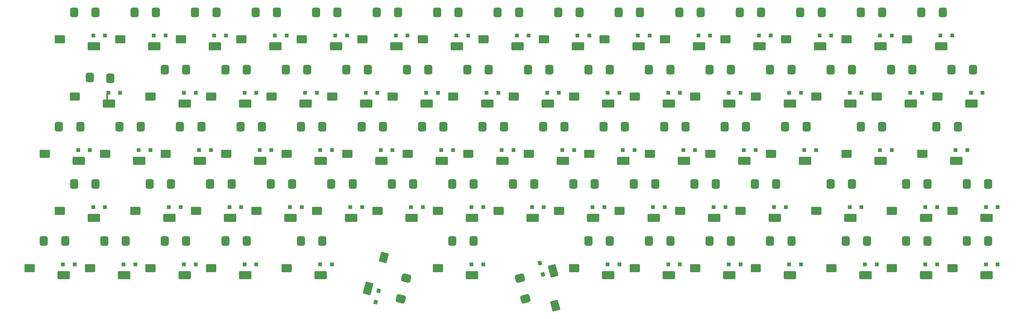
<source format=gbp>
G04 #@! TF.GenerationSoftware,KiCad,Pcbnew,(6.0.2-0)*
G04 #@! TF.CreationDate,2022-07-19T14:21:49+02:00*
G04 #@! TF.ProjectId,choc-keyboard,63686f63-2d6b-4657-9962-6f6172642e6b,rev?*
G04 #@! TF.SameCoordinates,Original*
G04 #@! TF.FileFunction,Paste,Bot*
G04 #@! TF.FilePolarity,Positive*
%FSLAX46Y46*%
G04 Gerber Fmt 4.6, Leading zero omitted, Abs format (unit mm)*
G04 Created by KiCad (PCBNEW (6.0.2-0)) date 2022-07-19 14:21:49*
%MOMM*%
%LPD*%
G01*
G04 APERTURE LIST*
G04 Aperture macros list*
%AMRoundRect*
0 Rectangle with rounded corners*
0 $1 Rounding radius*
0 $2 $3 $4 $5 $6 $7 $8 $9 X,Y pos of 4 corners*
0 Add a 4 corners polygon primitive as box body*
4,1,4,$2,$3,$4,$5,$6,$7,$8,$9,$2,$3,0*
0 Add four circle primitives for the rounded corners*
1,1,$1+$1,$2,$3*
1,1,$1+$1,$4,$5*
1,1,$1+$1,$6,$7*
1,1,$1+$1,$8,$9*
0 Add four rect primitives between the rounded corners*
20,1,$1+$1,$2,$3,$4,$5,0*
20,1,$1+$1,$4,$5,$6,$7,0*
20,1,$1+$1,$6,$7,$8,$9,0*
20,1,$1+$1,$8,$9,$2,$3,0*%
%AMRotRect*
0 Rectangle, with rotation*
0 The origin of the aperture is its center*
0 $1 length*
0 $2 width*
0 $3 Rotation angle, in degrees counterclockwise*
0 Add horizontal line*
21,1,$1,$2,0,0,$3*%
G04 Aperture macros list end*
%ADD10RoundRect,0.190000X0.760000X1.060000X-0.760000X1.060000X-0.760000X-1.060000X0.760000X-1.060000X0*%
%ADD11RoundRect,0.250000X1.025000X1.000000X-1.025000X1.000000X-1.025000X-1.000000X1.025000X-1.000000X0*%
%ADD12RoundRect,0.250000X1.675000X1.000000X-1.675000X1.000000X-1.675000X-1.000000X1.675000X-1.000000X0*%
%ADD13R,1.300000X1.200000*%
%ADD14RoundRect,0.250000X1.250000X1.000000X-1.250000X1.000000X-1.250000X-1.000000X1.250000X-1.000000X0*%
%ADD15RoundRect,0.650000X-0.650000X-0.850000X0.650000X-0.850000X0.650000X0.850000X-0.650000X0.850000X0*%
%ADD16RoundRect,0.250000X0.700636X-1.248893X1.231215X0.731255X-0.700636X1.248893X-1.231215X-0.731255X0*%
%ADD17RoundRect,0.250000X0.532404X-1.876745X1.399448X1.359107X-0.532404X1.876745X-1.399448X-1.359107X0*%
%ADD18RoundRect,0.190000X0.827179X-1.008452X1.220584X0.459755X-0.827179X1.008452X-1.220584X-0.459755X0*%
%ADD19RotRect,1.300000X1.200000X75.000000*%
%ADD20RoundRect,0.250000X0.642402X-1.466226X1.289450X0.948588X-0.642402X1.466226X-1.289450X-0.948588X0*%
%ADD21RoundRect,0.650000X-0.652805X0.847848X-0.989269X-0.407856X0.652805X-0.847848X0.989269X0.407856X0*%
%ADD22RotRect,1.300000X1.200000X285.000000*%
%ADD23RoundRect,0.250000X-1.399448X1.359107X-0.532404X-1.876745X1.399448X-1.359107X0.532404X1.876745X0*%
%ADD24RoundRect,0.190000X-1.220584X0.459755X-0.827179X-1.008452X1.220584X-0.459755X0.827179X1.008452X0*%
%ADD25RoundRect,0.250000X-1.231215X0.731255X-0.700636X-1.248893X1.231215X-0.731255X0.700636X1.248893X0*%
%ADD26RoundRect,0.250000X-1.289450X0.948588X-0.642402X-1.466226X1.289450X-0.948588X0.642402X1.466226X0*%
%ADD27RoundRect,0.650000X0.989269X-0.407856X0.652805X0.847848X-0.989269X0.407856X-0.652805X-0.847848X0*%
%ADD28RoundRect,0.050000X0.200000X1.200000X-0.200000X1.200000X-0.200000X-1.200000X0.200000X-1.200000X0*%
G04 APERTURE END LIST*
D10*
X86500000Y-21800000D03*
D11*
X98500000Y-24000000D03*
D12*
X97850000Y-24000000D03*
D13*
X97660000Y-20610000D03*
D14*
X87250000Y-21800000D03*
D13*
X101360000Y-20610000D03*
D15*
X98350000Y-13300000D03*
X91640000Y-13300000D03*
D11*
X3500000Y-24000000D03*
D10*
X-8500000Y-21800000D03*
D12*
X2850000Y-24000000D03*
D13*
X2660000Y-20610000D03*
D14*
X-7750000Y-21800000D03*
D13*
X6360000Y-20610000D03*
D15*
X3350000Y-13300000D03*
X-3360000Y-13300000D03*
D10*
X58000000Y-39800000D03*
D12*
X69350000Y-42000000D03*
D13*
X69160000Y-38610000D03*
D11*
X70000000Y-42000000D03*
D14*
X58750000Y-39800000D03*
D13*
X72860000Y-38610000D03*
D15*
X69850000Y-31300000D03*
X63140000Y-31300000D03*
D10*
X72250000Y-75800000D03*
D12*
X83600000Y-78000000D03*
D11*
X84250000Y-78000000D03*
D13*
X83410000Y-74610000D03*
D14*
X73000000Y-75800000D03*
D13*
X87110000Y-74610000D03*
D15*
X84100000Y-67300000D03*
X77390000Y-67300000D03*
D16*
X88798578Y-100827826D03*
D17*
X88966811Y-100199974D03*
D18*
X94029444Y-89806118D03*
D19*
X92290475Y-100893845D03*
D20*
X93835329Y-90530562D03*
D19*
X91332844Y-104467771D03*
D21*
X99172808Y-103452301D03*
X100909483Y-96970939D03*
D12*
X121600000Y-96000000D03*
D11*
X122250000Y-96000000D03*
D13*
X121410000Y-92610000D03*
D10*
X110250000Y-93800000D03*
D14*
X111000000Y-93800000D03*
D13*
X125110000Y-92610000D03*
D15*
X122100000Y-85300000D03*
X115390000Y-85300000D03*
D10*
X62750000Y-93800000D03*
D12*
X74100000Y-96000000D03*
D13*
X73910000Y-92610000D03*
D11*
X74750000Y-96000000D03*
D14*
X63500000Y-93800000D03*
D13*
X77610000Y-92610000D03*
D15*
X74600000Y-85300000D03*
X67890000Y-85300000D03*
D13*
X145160000Y-38610000D03*
D12*
X145350000Y-42000000D03*
D11*
X146000000Y-42000000D03*
D10*
X134000000Y-39800000D03*
D14*
X134750000Y-39800000D03*
D13*
X148860000Y-38610000D03*
D15*
X145850000Y-31300000D03*
X139140000Y-31300000D03*
D11*
X269500000Y-24000000D03*
D13*
X268660000Y-20610000D03*
D10*
X257500000Y-21800000D03*
D12*
X268850000Y-24000000D03*
D14*
X258250000Y-21800000D03*
D13*
X272360000Y-20610000D03*
D15*
X269350000Y-13300000D03*
X262640000Y-13300000D03*
D10*
X110250000Y-75800000D03*
D13*
X121410000Y-74610000D03*
D12*
X121600000Y-78000000D03*
D11*
X122250000Y-78000000D03*
D14*
X111000000Y-75800000D03*
D13*
X125110000Y-74610000D03*
D15*
X122100000Y-67300000D03*
X115390000Y-67300000D03*
D13*
X26410000Y-74610000D03*
D12*
X26600000Y-78000000D03*
D10*
X15250000Y-75800000D03*
D11*
X27250000Y-78000000D03*
D14*
X16000000Y-75800000D03*
D13*
X30110000Y-74610000D03*
D15*
X27100000Y-67300000D03*
X20390000Y-67300000D03*
D10*
X219500000Y-21800000D03*
D12*
X230850000Y-24000000D03*
D11*
X231500000Y-24000000D03*
D13*
X230660000Y-20610000D03*
D14*
X220250000Y-21800000D03*
D13*
X234360000Y-20610000D03*
D15*
X231350000Y-13300000D03*
X224640000Y-13300000D03*
D10*
X210000000Y-39800000D03*
D11*
X222000000Y-42000000D03*
D12*
X221350000Y-42000000D03*
D13*
X221160000Y-38610000D03*
D14*
X210750000Y-39800000D03*
D13*
X224860000Y-38610000D03*
D15*
X221850000Y-31300000D03*
X215140000Y-31300000D03*
D11*
X184000000Y-42000000D03*
D12*
X183350000Y-42000000D03*
D10*
X172000000Y-39800000D03*
D13*
X183160000Y-38610000D03*
D14*
X172750000Y-39800000D03*
D13*
X186860000Y-38610000D03*
D15*
X183850000Y-31300000D03*
X177140000Y-31300000D03*
D11*
X203000000Y-42000000D03*
D10*
X191000000Y-39800000D03*
D12*
X202350000Y-42000000D03*
D13*
X202160000Y-38610000D03*
D14*
X191750000Y-39800000D03*
D13*
X205860000Y-38610000D03*
D15*
X202850000Y-31300000D03*
X196140000Y-31300000D03*
D10*
X233750000Y-93800000D03*
D12*
X245100000Y-96000000D03*
D11*
X245750000Y-96000000D03*
D13*
X244910000Y-92610000D03*
D14*
X234500000Y-93800000D03*
D13*
X248610000Y-92610000D03*
D15*
X245600000Y-85300000D03*
X238890000Y-85300000D03*
D10*
X81750000Y-57800000D03*
D11*
X93750000Y-60000000D03*
D13*
X92910000Y-56610000D03*
D12*
X93100000Y-60000000D03*
D14*
X82500000Y-57800000D03*
D13*
X96610000Y-56610000D03*
D15*
X93600000Y-49300000D03*
X86890000Y-49300000D03*
D10*
X-8500000Y-75800000D03*
D12*
X2850000Y-78000000D03*
D13*
X2660000Y-74610000D03*
D11*
X3500000Y-78000000D03*
D14*
X-7750000Y-75800000D03*
D13*
X6360000Y-74610000D03*
D15*
X3350000Y-67300000D03*
X-3360000Y-67300000D03*
D12*
X31350000Y-42000000D03*
D10*
X20000000Y-39800000D03*
D13*
X31160000Y-38610000D03*
D11*
X32000000Y-42000000D03*
D14*
X20750000Y-39800000D03*
D13*
X34860000Y-38610000D03*
D15*
X31850000Y-31300000D03*
X25140000Y-31300000D03*
D13*
X12160000Y-92610000D03*
D10*
X1000000Y-93800000D03*
D11*
X13000000Y-96000000D03*
D12*
X12350000Y-96000000D03*
D14*
X1750000Y-93800000D03*
D13*
X15860000Y-92610000D03*
D15*
X12850000Y-85300000D03*
X6140000Y-85300000D03*
D13*
X16910000Y-56610000D03*
D12*
X17100000Y-60000000D03*
D11*
X17750000Y-60000000D03*
D10*
X5750000Y-57800000D03*
D14*
X6500000Y-57800000D03*
D13*
X20610000Y-56610000D03*
D15*
X17600000Y-49300000D03*
X10890000Y-49300000D03*
D11*
X260000000Y-42000000D03*
D13*
X259160000Y-38610000D03*
D12*
X259350000Y-42000000D03*
D10*
X248000000Y-39800000D03*
D14*
X248750000Y-39800000D03*
D13*
X262860000Y-38610000D03*
D15*
X259850000Y-31300000D03*
X253140000Y-31300000D03*
D10*
X39000000Y-93800000D03*
D11*
X51000000Y-96000000D03*
D13*
X50160000Y-92610000D03*
D12*
X50350000Y-96000000D03*
D14*
X39750000Y-93800000D03*
D13*
X53860000Y-92610000D03*
D15*
X50850000Y-85300000D03*
X44140000Y-85300000D03*
D12*
X55100000Y-60000000D03*
D13*
X54910000Y-56610000D03*
D11*
X55750000Y-60000000D03*
D10*
X43750000Y-57800000D03*
D14*
X44500000Y-57800000D03*
D13*
X58610000Y-56610000D03*
D15*
X55600000Y-49300000D03*
X48890000Y-49300000D03*
D11*
X51000000Y-42000000D03*
D12*
X50350000Y-42000000D03*
D13*
X50160000Y-38610000D03*
D10*
X39000000Y-39800000D03*
D14*
X39750000Y-39800000D03*
D13*
X53860000Y-38610000D03*
D15*
X50850000Y-31300000D03*
X44140000Y-31300000D03*
D12*
X249850000Y-60000000D03*
D10*
X238500000Y-57800000D03*
D11*
X250500000Y-60000000D03*
D13*
X249660000Y-56610000D03*
D14*
X239250000Y-57800000D03*
D13*
X253360000Y-56610000D03*
D15*
X250350000Y-49300000D03*
X243640000Y-49300000D03*
D12*
X116850000Y-24000000D03*
D11*
X117500000Y-24000000D03*
D10*
X105500000Y-21800000D03*
D13*
X116660000Y-20610000D03*
D14*
X106250000Y-21800000D03*
D13*
X120360000Y-20610000D03*
D15*
X117350000Y-13300000D03*
X110640000Y-13300000D03*
D12*
X-1900000Y-60000000D03*
D10*
X-13250000Y-57800000D03*
D11*
X-1250000Y-60000000D03*
D13*
X-2090000Y-56610000D03*
D14*
X-12500000Y-57800000D03*
D13*
X1610000Y-56610000D03*
D15*
X-1400000Y-49300000D03*
X-8110000Y-49300000D03*
D11*
X165000000Y-96000000D03*
D10*
X153000000Y-93800000D03*
D12*
X164350000Y-96000000D03*
D13*
X164160000Y-92610000D03*
D14*
X153750000Y-93800000D03*
D13*
X167860000Y-92610000D03*
D15*
X164850000Y-85300000D03*
X158140000Y-85300000D03*
D11*
X217250000Y-78000000D03*
D10*
X205250000Y-75800000D03*
D12*
X216600000Y-78000000D03*
D13*
X216410000Y-74610000D03*
D14*
X206000000Y-75800000D03*
D13*
X220110000Y-74610000D03*
D15*
X217100000Y-67300000D03*
X210390000Y-67300000D03*
D10*
X262250000Y-57800000D03*
D13*
X273410000Y-56610000D03*
D12*
X273600000Y-60000000D03*
D11*
X274250000Y-60000000D03*
D14*
X263000000Y-57800000D03*
D13*
X277110000Y-56610000D03*
D15*
X274100000Y-49300000D03*
X267390000Y-49300000D03*
D11*
X198250000Y-78000000D03*
D10*
X186250000Y-75800000D03*
D13*
X197410000Y-74610000D03*
D12*
X197600000Y-78000000D03*
D14*
X187000000Y-75800000D03*
D13*
X201110000Y-74610000D03*
D15*
X198100000Y-67300000D03*
X191390000Y-67300000D03*
D13*
X140410000Y-74610000D03*
D10*
X129250000Y-75800000D03*
D12*
X140600000Y-78000000D03*
D11*
X141250000Y-78000000D03*
D14*
X130000000Y-75800000D03*
D13*
X144110000Y-74610000D03*
D15*
X141100000Y-67300000D03*
X134390000Y-67300000D03*
D22*
X143832608Y-95755120D03*
D23*
X147057921Y-94694197D03*
D24*
X147870480Y-106226857D03*
D25*
X146889688Y-94066345D03*
D26*
X147676366Y-105502413D03*
D22*
X142874977Y-92181194D03*
D27*
X136593105Y-96980598D03*
X138329781Y-103461960D03*
D11*
X264750000Y-78000000D03*
D12*
X264100000Y-78000000D03*
D13*
X263910000Y-74610000D03*
D10*
X252750000Y-75800000D03*
D14*
X253500000Y-75800000D03*
D13*
X267610000Y-74610000D03*
D15*
X264600000Y-67300000D03*
X257890000Y-67300000D03*
D12*
X183350000Y-96000000D03*
D13*
X183160000Y-92610000D03*
D11*
X184000000Y-96000000D03*
D10*
X172000000Y-93800000D03*
D14*
X172750000Y-93800000D03*
D13*
X186860000Y-92610000D03*
D15*
X183850000Y-85300000D03*
X177140000Y-85300000D03*
D12*
X207100000Y-60000000D03*
D11*
X207750000Y-60000000D03*
D10*
X195750000Y-57800000D03*
D13*
X206910000Y-56610000D03*
D14*
X196500000Y-57800000D03*
D13*
X210610000Y-56610000D03*
D15*
X207600000Y-49300000D03*
X200890000Y-49300000D03*
D12*
X226100000Y-60000000D03*
D11*
X226750000Y-60000000D03*
D10*
X214750000Y-57800000D03*
D13*
X225910000Y-56610000D03*
D14*
X215500000Y-57800000D03*
D13*
X229610000Y-56610000D03*
D15*
X226600000Y-49300000D03*
X219890000Y-49300000D03*
D12*
X59850000Y-24000000D03*
D11*
X60500000Y-24000000D03*
D10*
X48500000Y-21800000D03*
D13*
X59660000Y-20610000D03*
D14*
X49250000Y-21800000D03*
D13*
X63360000Y-20610000D03*
D15*
X60350000Y-13300000D03*
X53640000Y-13300000D03*
D11*
X127000000Y-42000000D03*
D10*
X115000000Y-39800000D03*
D12*
X126350000Y-42000000D03*
D13*
X126160000Y-38610000D03*
D14*
X115750000Y-39800000D03*
D13*
X129860000Y-38610000D03*
D15*
X126850000Y-31300000D03*
X120140000Y-31300000D03*
D12*
X36100000Y-60000000D03*
D13*
X35910000Y-56610000D03*
D10*
X24750000Y-57800000D03*
D11*
X36750000Y-60000000D03*
D14*
X25500000Y-57800000D03*
D13*
X39610000Y-56610000D03*
D15*
X36600000Y-49300000D03*
X29890000Y-49300000D03*
D10*
X91250000Y-75800000D03*
D11*
X103250000Y-78000000D03*
D13*
X102410000Y-74610000D03*
D12*
X102600000Y-78000000D03*
D14*
X92000000Y-75800000D03*
D13*
X106110000Y-74610000D03*
D15*
X103100000Y-67300000D03*
X96390000Y-67300000D03*
D11*
X131750000Y-60000000D03*
D13*
X130910000Y-56610000D03*
D10*
X119750000Y-57800000D03*
D12*
X131100000Y-60000000D03*
D14*
X120500000Y-57800000D03*
D13*
X134610000Y-56610000D03*
D15*
X131600000Y-49300000D03*
X124890000Y-49300000D03*
D12*
X21850000Y-24000000D03*
D13*
X21660000Y-20610000D03*
D10*
X10500000Y-21800000D03*
D11*
X22500000Y-24000000D03*
D14*
X11250000Y-21800000D03*
D13*
X25360000Y-20610000D03*
D15*
X22350000Y-13300000D03*
X15640000Y-13300000D03*
D12*
X169100000Y-60000000D03*
D10*
X157750000Y-57800000D03*
D13*
X168910000Y-56610000D03*
D11*
X169750000Y-60000000D03*
D14*
X158500000Y-57800000D03*
D13*
X172610000Y-56610000D03*
D15*
X169600000Y-49300000D03*
X162890000Y-49300000D03*
D13*
X149910000Y-56610000D03*
D11*
X150750000Y-60000000D03*
D12*
X150100000Y-60000000D03*
D10*
X138750000Y-57800000D03*
D14*
X139500000Y-57800000D03*
D13*
X153610000Y-56610000D03*
D15*
X150600000Y-49300000D03*
X143890000Y-49300000D03*
D13*
X31160000Y-92610000D03*
D10*
X20000000Y-93800000D03*
D11*
X32000000Y-96000000D03*
D12*
X31350000Y-96000000D03*
D14*
X20750000Y-93800000D03*
D13*
X34860000Y-92610000D03*
D15*
X31850000Y-85300000D03*
X25140000Y-85300000D03*
D12*
X202350000Y-96000000D03*
D10*
X191000000Y-93800000D03*
D11*
X203000000Y-96000000D03*
D13*
X202160000Y-92610000D03*
D14*
X191750000Y-93800000D03*
D13*
X205860000Y-92610000D03*
D15*
X202850000Y-85300000D03*
X196140000Y-85300000D03*
D10*
X67500000Y-21800000D03*
D11*
X79500000Y-24000000D03*
D13*
X78660000Y-20610000D03*
D12*
X78850000Y-24000000D03*
D14*
X68250000Y-21800000D03*
D13*
X82360000Y-20610000D03*
D15*
X79350000Y-13300000D03*
X72640000Y-13300000D03*
D11*
X212500000Y-24000000D03*
D13*
X211660000Y-20610000D03*
D10*
X200500000Y-21800000D03*
D12*
X211850000Y-24000000D03*
D14*
X201250000Y-21800000D03*
D13*
X215360000Y-20610000D03*
D15*
X212350000Y-13300000D03*
X205640000Y-13300000D03*
D12*
X7600000Y-42000000D03*
D28*
X7000000Y-39870000D03*
D11*
X8250000Y-42000000D03*
D10*
X-3750000Y-39800000D03*
D13*
X7410000Y-38610000D03*
D14*
X-3100000Y-39800000D03*
D13*
X11110000Y-38610000D03*
D15*
X8060000Y-34010000D03*
X1560000Y-33750000D03*
D11*
X46250000Y-78000000D03*
D13*
X45410000Y-74610000D03*
D12*
X45600000Y-78000000D03*
D10*
X34250000Y-75800000D03*
D14*
X35000000Y-75800000D03*
D13*
X49110000Y-74610000D03*
D15*
X46100000Y-67300000D03*
X39390000Y-67300000D03*
D10*
X77000000Y-39800000D03*
D11*
X89000000Y-42000000D03*
D13*
X88160000Y-38610000D03*
D12*
X88350000Y-42000000D03*
D14*
X77750000Y-39800000D03*
D13*
X91860000Y-38610000D03*
D15*
X88850000Y-31300000D03*
X82140000Y-31300000D03*
D11*
X155500000Y-24000000D03*
D13*
X154660000Y-20610000D03*
D10*
X143500000Y-21800000D03*
D12*
X154850000Y-24000000D03*
D14*
X144250000Y-21800000D03*
D13*
X158360000Y-20610000D03*
D15*
X155350000Y-13300000D03*
X148640000Y-13300000D03*
D13*
X192660000Y-20610000D03*
D12*
X192850000Y-24000000D03*
D11*
X193500000Y-24000000D03*
D10*
X181500000Y-21800000D03*
D14*
X182250000Y-21800000D03*
D13*
X196360000Y-20610000D03*
D15*
X193350000Y-13300000D03*
X186640000Y-13300000D03*
D12*
X164350000Y-42000000D03*
D10*
X153000000Y-39800000D03*
D13*
X164160000Y-38610000D03*
D11*
X165000000Y-42000000D03*
D14*
X153750000Y-39800000D03*
D13*
X167860000Y-38610000D03*
D15*
X164850000Y-31300000D03*
X158140000Y-31300000D03*
D11*
X188750000Y-60000000D03*
D10*
X176750000Y-57800000D03*
D12*
X188100000Y-60000000D03*
D13*
X187910000Y-56610000D03*
D14*
X177500000Y-57800000D03*
D13*
X191610000Y-56610000D03*
D15*
X188600000Y-49300000D03*
X181890000Y-49300000D03*
D11*
X250500000Y-24000000D03*
D12*
X249850000Y-24000000D03*
D13*
X249660000Y-20610000D03*
D10*
X238500000Y-21800000D03*
D14*
X239250000Y-21800000D03*
D13*
X253360000Y-20610000D03*
D15*
X250350000Y-13300000D03*
X243640000Y-13300000D03*
D10*
X271750000Y-75800000D03*
D12*
X283100000Y-78000000D03*
D11*
X283750000Y-78000000D03*
D13*
X282910000Y-74610000D03*
D14*
X272500000Y-75800000D03*
D13*
X286610000Y-74610000D03*
D15*
X283600000Y-67300000D03*
X276890000Y-67300000D03*
D10*
X210000000Y-93800000D03*
D12*
X221350000Y-96000000D03*
D13*
X221160000Y-92610000D03*
D11*
X222000000Y-96000000D03*
D14*
X210750000Y-93800000D03*
D13*
X224860000Y-92610000D03*
D15*
X221850000Y-85300000D03*
X215140000Y-85300000D03*
D13*
X240160000Y-74610000D03*
D11*
X241000000Y-78000000D03*
D12*
X240350000Y-78000000D03*
D10*
X229000000Y-75800000D03*
D14*
X229750000Y-75800000D03*
D13*
X243860000Y-74610000D03*
D15*
X240850000Y-67300000D03*
X234140000Y-67300000D03*
D13*
X-6840000Y-92610000D03*
D10*
X-18000000Y-93800000D03*
D12*
X-6650000Y-96000000D03*
D11*
X-6000000Y-96000000D03*
D14*
X-17250000Y-93800000D03*
D13*
X-3140000Y-92610000D03*
D15*
X-6150000Y-85300000D03*
X-12860000Y-85300000D03*
D13*
X282910000Y-92610000D03*
D11*
X283750000Y-96000000D03*
D12*
X283100000Y-96000000D03*
D10*
X271750000Y-93800000D03*
D14*
X272500000Y-93800000D03*
D13*
X286610000Y-92610000D03*
D15*
X283600000Y-85300000D03*
X276890000Y-85300000D03*
D12*
X74100000Y-60000000D03*
D11*
X74750000Y-60000000D03*
D10*
X62750000Y-57800000D03*
D13*
X73910000Y-56610000D03*
D14*
X63500000Y-57800000D03*
D13*
X77610000Y-56610000D03*
D15*
X74600000Y-49300000D03*
X67890000Y-49300000D03*
D12*
X173850000Y-24000000D03*
D10*
X162500000Y-21800000D03*
D11*
X174500000Y-24000000D03*
D13*
X173660000Y-20610000D03*
D14*
X163250000Y-21800000D03*
D13*
X177360000Y-20610000D03*
D15*
X174350000Y-13300000D03*
X167640000Y-13300000D03*
D12*
X107350000Y-42000000D03*
D11*
X108000000Y-42000000D03*
D13*
X107160000Y-38610000D03*
D10*
X96000000Y-39800000D03*
D14*
X96750000Y-39800000D03*
D13*
X110860000Y-38610000D03*
D15*
X107850000Y-31300000D03*
X101140000Y-31300000D03*
D13*
X240160000Y-38610000D03*
D11*
X241000000Y-42000000D03*
D10*
X229000000Y-39800000D03*
D12*
X240350000Y-42000000D03*
D14*
X229750000Y-39800000D03*
D13*
X243860000Y-38610000D03*
D15*
X240850000Y-31300000D03*
X234140000Y-31300000D03*
D13*
X135660000Y-20610000D03*
D11*
X136500000Y-24000000D03*
D10*
X124500000Y-21800000D03*
D12*
X135850000Y-24000000D03*
D14*
X125250000Y-21800000D03*
D13*
X139360000Y-20610000D03*
D15*
X136350000Y-13300000D03*
X129640000Y-13300000D03*
D10*
X53250000Y-75800000D03*
D11*
X65250000Y-78000000D03*
D12*
X64600000Y-78000000D03*
D13*
X64410000Y-74610000D03*
D14*
X54000000Y-75800000D03*
D13*
X68110000Y-74610000D03*
D15*
X65100000Y-67300000D03*
X58390000Y-67300000D03*
D12*
X178600000Y-78000000D03*
D13*
X178410000Y-74610000D03*
D10*
X167250000Y-75800000D03*
D11*
X179250000Y-78000000D03*
D14*
X168000000Y-75800000D03*
D13*
X182110000Y-74610000D03*
D15*
X179100000Y-67300000D03*
X172390000Y-67300000D03*
D12*
X278350000Y-42000000D03*
D11*
X279000000Y-42000000D03*
D10*
X267000000Y-39800000D03*
D13*
X278160000Y-38610000D03*
D14*
X267750000Y-39800000D03*
D13*
X281860000Y-38610000D03*
D15*
X278850000Y-31300000D03*
X272140000Y-31300000D03*
D13*
X111910000Y-56610000D03*
D11*
X112750000Y-60000000D03*
D12*
X112100000Y-60000000D03*
D10*
X100750000Y-57800000D03*
D14*
X101500000Y-57800000D03*
D13*
X115610000Y-56610000D03*
D15*
X112600000Y-49300000D03*
X105890000Y-49300000D03*
D10*
X252750000Y-93800000D03*
D12*
X264100000Y-96000000D03*
D13*
X263910000Y-92610000D03*
D11*
X264750000Y-96000000D03*
D14*
X253500000Y-93800000D03*
D13*
X267610000Y-92610000D03*
D15*
X264600000Y-85300000D03*
X257890000Y-85300000D03*
D12*
X159600000Y-78000000D03*
D13*
X159410000Y-74610000D03*
D11*
X160250000Y-78000000D03*
D10*
X148250000Y-75800000D03*
D14*
X149000000Y-75800000D03*
D13*
X163110000Y-74610000D03*
D15*
X160100000Y-67300000D03*
X153390000Y-67300000D03*
D10*
X29500000Y-21800000D03*
D11*
X41500000Y-24000000D03*
D13*
X40660000Y-20610000D03*
D12*
X40850000Y-24000000D03*
D14*
X30250000Y-21800000D03*
D13*
X44360000Y-20610000D03*
D15*
X41350000Y-13300000D03*
X34640000Y-13300000D03*
M02*

</source>
